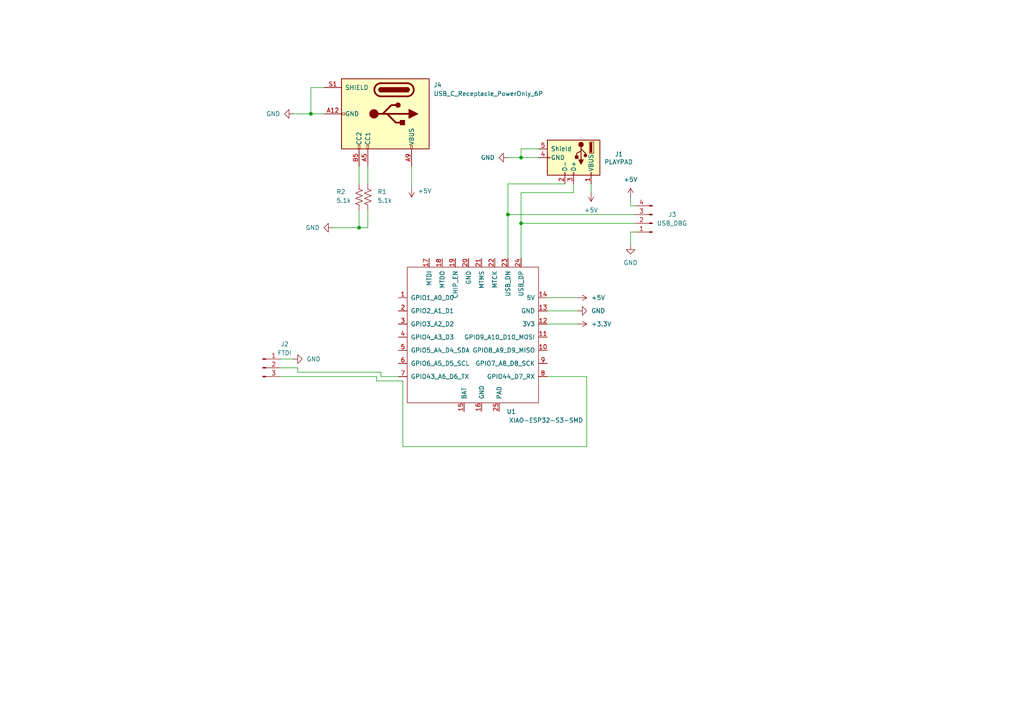
<source format=kicad_sch>
(kicad_sch (version 20250114) (generator "eeschema") (generator_version "9.0")
  (paper "A4")
  (lib_symbols
    (symbol "Connector:Conn_01x03_Pin" (pin_names (offset 1.016) (hide yes))
      (property "Reference" "J" (at 0 5.08 0))
      (property "Value" "Conn_01x03_Pin" (at 0 -5.08 0))
      (symbol "Conn_01x03_Pin_1_1"
        (rectangle (start 0.8636 2.667) (end 0 2.413) (stroke (width 0.1524)) (fill (type outline)))
        (rectangle (start 0.8636 0.127) (end 0 -0.127) (stroke (width 0.1524)) (fill (type outline)))
        (rectangle (start 0.8636 -2.413) (end 0 -2.667) (stroke (width 0.1524)) (fill (type outline)))
        (polyline (pts (xy 1.27 2.54) (xy 0.8636 2.54)) (stroke (width 0.1524)))
        (polyline (pts (xy 1.27 0) (xy 0.8636 0)) (stroke (width 0.1524)))
        (polyline (pts (xy 1.27 -2.54) (xy 0.8636 -2.54)) (stroke (width 0.1524)))
        (pin passive line (at 5.08 2.54 180) (length 3.81) (name "Pin_1") (number "1"))
        (pin passive line (at 5.08 0 180) (length 3.81) (name "Pin_2") (number "2"))
        (pin passive line (at 5.08 -2.54 180) (length 3.81) (name "Pin_3") (number "3"))
      )
    )
    (symbol "Connector:Conn_01x04_Pin" (pin_names (offset 1.016) (hide yes))
      (property "Reference" "J" (at 0 5.08 0))
      (property "Value" "Conn_01x04_Pin" (at 0 -7.62 0))
      (symbol "Conn_01x04_Pin_1_1"
        (rectangle (start 0.8636 2.667) (end 0 2.413) (stroke (width 0.1524)) (fill (type outline)))
        (rectangle (start 0.8636 0.127) (end 0 -0.127) (stroke (width 0.1524)) (fill (type outline)))
        (rectangle (start 0.8636 -2.413) (end 0 -2.667) (stroke (width 0.1524)) (fill (type outline)))
        (rectangle (start 0.8636 -4.953) (end 0 -5.207) (stroke (width 0.1524)) (fill (type outline)))
        (polyline (pts (xy 1.27 2.54) (xy 0.8636 2.54)) (stroke (width 0.1524)))
        (polyline (pts (xy 1.27 0) (xy 0.8636 0)) (stroke (width 0.1524)))
        (polyline (pts (xy 1.27 -2.54) (xy 0.8636 -2.54)) (stroke (width 0.1524)))
        (polyline (pts (xy 1.27 -5.08) (xy 0.8636 -5.08)) (stroke (width 0.1524)))
        (pin passive line (at 5.08 2.54 180) (length 3.81) (name "Pin_1") (number "1"))
        (pin passive line (at 5.08 0 180) (length 3.81) (name "Pin_2") (number "2"))
        (pin passive line (at 5.08 -2.54 180) (length 3.81) (name "Pin_3") (number "3"))
        (pin passive line (at 5.08 -5.08 180) (length 3.81) (name "Pin_4") (number "4"))
      )
    )
    (symbol "Connector:USB_A" (pin_names (offset 1.016))
      (property "Reference" "J" (at -5.08 11.43 0))
      (property "Value" "USB_A" (at -5.08 8.89 0))
      (symbol "USB_A_0_1"
        (rectangle (start -5.08 -7.62) (end 5.08 7.62) (stroke (width 0.254)) (fill (type background)))
        (circle (center -3.81 2.159) (radius 0.635) (stroke (width 0.254)) (fill (type outline)))
        (polyline (pts (xy -3.175 2.159) (xy -2.54 2.159) (xy -1.27 3.429) (xy -0.635 3.429)) (stroke (width 0.254)))
        (polyline (pts (xy -2.54 2.159) (xy -1.905 2.159) (xy -1.27 0.889) (xy 0 0.889)) (stroke (width 0.254)))
        (rectangle (start -1.524 4.826) (end -4.318 5.334) (fill (type outline)))
        (rectangle (start -1.27 4.572) (end -4.572 5.842))
        (circle (center -0.635 3.429) (radius 0.381) (stroke (width 0.254)) (fill (type outline)))
        (rectangle (start -0.127 -7.62) (end 0.127 -6.858))
        (rectangle (start 0.254 1.27) (end -0.508 0.508) (stroke (width 0.254)) (fill (type outline)))
        (polyline (pts (xy 0.635 2.794) (xy 0.635 1.524) (xy 1.905 2.159) (xy 0.635 2.794)) (stroke (width 0.254)) (fill (type outline)))
        (rectangle (start 5.08 4.953) (end 4.318 5.207))
        (rectangle (start 5.08 -0.127) (end 4.318 0.127))
        (rectangle (start 5.08 -2.667) (end 4.318 -2.413))
      )
      (symbol "USB_A_1_1"
        (polyline (pts (xy -1.905 2.159) (xy 0.635 2.159)) (stroke (width 0.254)))
        (pin passive line (at -2.54 -10.16 90) (length 2.54) (name "Shield") (number "5"))
        (pin power_in line (at 0 -10.16 90) (length 2.54) (name "GND") (number "4"))
        (pin power_in line (at 7.62 5.08 180) (length 2.54) (name "VBUS") (number "1"))
        (pin bidirectional line (at 7.62 0 180) (length 2.54) (name "D+") (number "3"))
        (pin bidirectional line (at 7.62 -2.54 180) (length 2.54) (name "D-") (number "2"))
      )
    )
    (symbol "Connector:USB_C_Receptacle_PowerOnly_6P" (pin_names (offset 1.016))
      (property "Reference" "J" (at 0 16.51 0))
      (property "Value" "USB_C_Receptacle_PowerOnly_6P" (at 0 13.97 0))
      (symbol "USB_C_Receptacle_PowerOnly_6P_0_0"
        (rectangle (start -0.254 -12.7) (end 0.254 -11.684))
        (rectangle (start 10.16 7.874) (end 9.144 7.366))
        (rectangle (start 10.16 -4.826) (end 9.144 -5.334))
        (rectangle (start 10.16 -7.366) (end 9.144 -7.874))
      )
      (symbol "USB_C_Receptacle_PowerOnly_6P_0_1"
        (rectangle (start -10.16 12.7) (end 10.16 -12.7) (stroke (width 0.254)) (fill (type background)))
        (polyline (pts (xy -8.89 -1.27) (xy -8.89 6.35)) (stroke (width 0.508)))
        (rectangle (start -7.62 -1.27) (end -6.35 6.35) (stroke (width 0.254)) (fill (type outline)))
        (arc (start -7.62 6.35) (mid -6.985 6.9823) (end -6.35 6.35) (stroke (width 0.254)))
        (arc (start -7.62 6.35) (mid -6.985 6.9823) (end -6.35 6.35) (stroke (width 0.254)) (fill (type outline)))
        (arc (start -8.89 6.35) (mid -6.985 8.2467) (end -5.08 6.35) (stroke (width 0.508)))
        (arc (start -5.08 -1.27) (mid -6.985 -3.1667) (end -8.89 -1.27) (stroke (width 0.508)))
        (arc (start -6.35 -1.27) (mid -6.985 -1.9023) (end -7.62 -1.27) (stroke (width 0.254)))
        (arc (start -6.35 -1.27) (mid -6.985 -1.9023) (end -7.62 -1.27) (stroke (width 0.254)) (fill (type outline)))
        (polyline (pts (xy -5.08 6.35) (xy -5.08 -1.27)) (stroke (width 0.508)))
        (circle (center -2.54 3.683) (radius 0.635) (stroke (width 0.254)) (fill (type outline)))
        (polyline (pts (xy -1.27 6.858) (xy 0 9.398) (xy 1.27 6.858) (xy -1.27 6.858)) (stroke (width 0.254)) (fill (type outline)))
        (polyline (pts (xy 0 0.508) (xy 2.54 3.048) (xy 2.54 4.318)) (stroke (width 0.508)))
        (polyline (pts (xy 0 -0.762) (xy -2.54 1.778) (xy -2.54 3.048)) (stroke (width 0.508)))
        (polyline (pts (xy 0 -3.302) (xy 0 6.858)) (stroke (width 0.508)))
        (circle (center 0 -3.302) (radius 1.27) (fill (type outline)))
        (rectangle (start 1.905 4.318) (end 3.175 5.588) (stroke (width 0.254)) (fill (type outline)))
      )
      (symbol "USB_C_Receptacle_PowerOnly_6P_1_1"
        (pin passive line (at -7.62 -17.78 90) (length 5.08) (name "SHIELD") (number "S1"))
        (pin passive line (at 0 -17.78 90) (length 5.08) (name "GND") (number "A12"))
        (pin passive line (at 0 -17.78 90) (length 5.08) (hide yes) (name "GND") (number "B12"))
        (pin passive line (at 15.24 7.62 180) (length 5.08) (name "VBUS") (number "A9"))
        (pin passive line (at 15.24 7.62 180) (length 5.08) (hide yes) (name "VBUS") (number "B9"))
        (pin bidirectional line (at 15.24 -5.08 180) (length 5.08) (name "CC1") (number "A5"))
        (pin bidirectional line (at 15.24 -7.62 180) (length 5.08) (name "CC2") (number "B5"))
      )
    )
    (symbol "Device:R_US" (pin_numbers (hide yes)) (pin_names (offset 0))
      (property "Reference" "R" (at 2.54 0 90))
      (property "Value" "R_US" (at -2.54 0 90))
      (symbol "R_US_0_1"
        (polyline (pts (xy 0 2.286) (xy 0 2.54)))
        (polyline (pts (xy 0 2.286) (xy 1.016 1.905) (xy 0 1.524) (xy -1.016 1.143) (xy 0 0.762)))
        (polyline (pts (xy 0 0.762) (xy 1.016 0.381) (xy 0 0) (xy -1.016 -0.381) (xy 0 -0.762)))
        (polyline (pts (xy 0 -0.762) (xy 1.016 -1.143) (xy 0 -1.524) (xy -1.016 -1.905) (xy 0 -2.286)))
        (polyline (pts (xy 0 -2.286) (xy 0 -2.54)))
      )
      (symbol "R_US_1_1"
        (pin passive line (at 0 3.81 270) (length 1.27) (name "~") (number "1"))
        (pin passive line (at 0 -3.81 90) (length 1.27) (name "~") (number "2"))
      )
    )
    (symbol "XIAO:XIAO-ESP32-S3-SMD" (pin_names (offset 1.016))
      (property "Reference" "U" (at -18.542 23.114 0))
      (property "Value" "XIAO-ESP32-S3-SMD" (at -8.382 21.336 0))
      (symbol "XIAO-ESP32-S3-SMD_0_1"
        (rectangle (start 19.05 -19.05) (end -19.05 20.32))
      )
      (symbol "XIAO-ESP32-S3-SMD_1_1"
        (pin passive line (at -21.59 11.43 0) (length 2.54) (name "GPIO1_A0_D0") (number "1"))
        (pin passive line (at -21.59 7.62 0) (length 2.54) (name "GPIO2_A1_D1") (number "2"))
        (pin passive line (at -21.59 3.81 0) (length 2.54) (name "GPIO3_A2_D2") (number "3"))
        (pin passive line (at -21.59 0 0) (length 2.54) (name "GPIO4_A3_D3") (number "4"))
        (pin passive line (at -21.59 -3.81 0) (length 2.54) (name "GPIO5_A4_D4_SDA") (number "5"))
        (pin passive line (at -21.59 -7.62 0) (length 2.54) (name "GPIO6_A5_D5_SCL") (number "6"))
        (pin passive line (at -21.59 -11.43 0) (length 2.54) (name "GPIO43_A6_D6_TX") (number "7"))
        (pin passive line (at -12.7 22.86 270) (length 2.54) (name "MTDI") (number "17"))
        (pin passive line (at -8.89 22.86 270) (length 2.54) (name "MTDO") (number "18"))
        (pin passive line (at -5.08 22.86 270) (length 2.54) (name "CHIP_EN") (number "19"))
        (pin passive line (at -2.54 -21.59 90) (length 2.54) (name "BAT") (number "15"))
        (pin passive line (at -1.27 22.86 270) (length 2.54) (name "GND") (number "20"))
        (pin passive line (at 2.54 22.86 270) (length 2.54) (name "MTMS") (number "21"))
        (pin passive line (at 2.54 -21.59 90) (length 2.54) (name "GND") (number "16"))
        (pin passive line (at 6.35 22.86 270) (length 2.54) (name "MTCK") (number "22"))
        (pin passive line (at 7.62 -21.59 90) (length 2.54) (name "PAD") (number "25"))
        (pin passive line (at 10.16 22.86 270) (length 2.54) (name "USB_DN") (number "23"))
        (pin passive line (at 13.97 22.86 270) (length 2.54) (name "USB_DP") (number "24"))
        (pin passive line (at 21.59 11.43 180) (length 2.54) (name "5V") (number "14"))
        (pin passive line (at 21.59 7.62 180) (length 2.54) (name "GND") (number "13"))
        (pin passive line (at 21.59 3.81 180) (length 2.54) (name "3V3") (number "12"))
        (pin passive line (at 21.59 0 180) (length 2.54) (name "GPIO9_A10_D10_MOSI") (number "11"))
        (pin passive line (at 21.59 -3.81 180) (length 2.54) (name "GPIO8_A9_D9_MISO") (number "10"))
        (pin passive line (at 21.59 -7.62 180) (length 2.54) (name "GPIO7_A8_D8_SCK") (number "9"))
        (pin passive line (at 21.59 -11.43 180) (length 2.54) (name "GPIO44_D7_RX") (number "8"))
      )
    )
    (symbol "power:+3.3V" (power) (pin_numbers (hide yes)) (pin_names (offset 0) (hide yes))
      (property "Value" "+3.3V" (at 0 3.556 0))
      (symbol "+3.3V_0_1"
        (polyline (pts (xy -0.762 1.27) (xy 0 2.54)))
        (polyline (pts (xy 0 2.54) (xy 0.762 1.27)))
        (polyline (pts (xy 0 0) (xy 0 2.54)))
      )
      (symbol "+3.3V_1_1"
        (pin power_in line (at 0 0 90) (length 0) (name "~") (number "1"))
      )
    )
    (symbol "power:+5V" (power) (pin_numbers (hide yes)) (pin_names (offset 0) (hide yes))
      (property "Value" "+5V" (at 0 3.556 0))
      (symbol "+5V_0_1"
        (polyline (pts (xy -0.762 1.27) (xy 0 2.54)))
        (polyline (pts (xy 0 2.54) (xy 0.762 1.27)))
        (polyline (pts (xy 0 0) (xy 0 2.54)))
      )
      (symbol "+5V_1_1"
        (pin power_in line (at 0 0 90) (length 0) (name "~") (number "1"))
      )
    )
    (symbol "power:GND" (power) (pin_numbers (hide yes)) (pin_names (offset 0) (hide yes))
      (property "Value" "GND" (at 0 -3.81 0))
      (symbol "GND_0_1"
        (polyline (pts (xy 0 0) (xy 0 -1.27) (xy 1.27 -1.27) (xy 0 -2.54) (xy -1.27 -1.27) (xy 0 -1.27)))
      )
      (symbol "GND_1_1"
        (pin power_in line (at 0 0 270) (length 0) (name "~") (number "1"))
      )
    )
  )
  (junction (at 104.14 66.04))
  (junction (at 147.32 62.23))
  (junction (at 90.17 33.02))
  (junction (at 151.13 64.77))
  (junction (at 151.13 45.72))
  (wire (pts (xy 151.13 43.18) (xy 151.13 45.72)))
  (wire (pts (xy 109.22 110.49) (xy 109.22 109.22)))
  (wire (pts (xy 93.98 25.4) (xy 90.17 25.4)))
  (wire (pts (xy 151.13 55.88) (xy 166.37 55.88)))
  (wire (pts (xy 147.32 45.72) (xy 151.13 45.72)))
  (wire (pts (xy 104.14 48.26) (xy 104.14 53.34)))
  (wire (pts (xy 86.36 107.95) (xy 86.36 106.68)))
  (wire (pts (xy 170.18 129.54) (xy 116.84 129.54)))
  (wire (pts (xy 158.75 86.36) (xy 167.64 86.36)))
  (wire (pts (xy 106.68 48.26) (xy 106.68 53.34)))
  (wire (pts (xy 147.32 53.34) (xy 147.32 62.23)))
  (wire (pts (xy 110.49 109.22) (xy 115.57 109.22)))
  (wire (pts (xy 119.38 48.26) (xy 119.38 54.61)))
  (wire (pts (xy 170.18 109.22) (xy 170.18 129.54)))
  (wire (pts (xy 166.37 55.88) (xy 166.37 53.34)))
  (wire (pts (xy 156.21 43.18) (xy 151.13 43.18)))
  (wire (pts (xy 151.13 64.77) (xy 184.15 64.77)))
  (wire (pts (xy 90.17 33.02) (xy 93.98 33.02)))
  (wire (pts (xy 85.09 33.02) (xy 90.17 33.02)))
  (wire (pts (xy 158.75 109.22) (xy 170.18 109.22)))
  (wire (pts (xy 184.15 59.69) (xy 182.88 59.69)))
  (wire (pts (xy 116.84 129.54) (xy 116.84 110.49)))
  (wire (pts (xy 182.88 67.31) (xy 182.88 71.12)))
  (wire (pts (xy 182.88 59.69) (xy 182.88 57.15)))
  (wire (pts (xy 182.88 67.31) (xy 184.15 67.31)))
  (wire (pts (xy 96.52 66.04) (xy 104.14 66.04)))
  (wire (pts (xy 104.14 66.04) (xy 104.14 60.96)))
  (wire (pts (xy 81.28 104.14) (xy 85.09 104.14)))
  (wire (pts (xy 147.32 53.34) (xy 163.83 53.34)))
  (wire (pts (xy 86.36 106.68) (xy 81.28 106.68)))
  (wire (pts (xy 151.13 64.77) (xy 151.13 74.93)))
  (wire (pts (xy 151.13 55.88) (xy 151.13 64.77)))
  (wire (pts (xy 110.49 107.95) (xy 86.36 107.95)))
  (wire (pts (xy 151.13 45.72) (xy 156.21 45.72)))
  (wire (pts (xy 171.45 53.34) (xy 171.45 55.88)))
  (wire (pts (xy 116.84 110.49) (xy 109.22 110.49)))
  (wire (pts (xy 106.68 60.96) (xy 106.68 66.04)))
  (wire (pts (xy 147.32 62.23) (xy 184.15 62.23)))
  (wire (pts (xy 158.75 93.98) (xy 167.64 93.98)))
  (wire (pts (xy 110.49 109.22) (xy 110.49 107.95)))
  (wire (pts (xy 106.68 66.04) (xy 104.14 66.04)))
  (wire (pts (xy 147.32 62.23) (xy 147.32 74.93)))
  (wire (pts (xy 109.22 109.22) (xy 81.28 109.22)))
  (wire (pts (xy 90.17 25.4) (xy 90.17 33.02)))
  (wire (pts (xy 158.75 90.17) (xy 167.64 90.17)))
  (symbol (lib_id "power:GND") (at 147.32 45.72 270) (unit 1)
    (property "Reference" "#PWR04" (effects (hide yes)))
    (property "Value" "GND" (at 143.51 45.7199 90) (effects (justify right)))
    (property "Description" "Power symbol creates a global label with name \"GND\" , ground" (effects (hide yes)))
  )
  (symbol (lib_id "power:+5V") (at 119.38 54.61 180) (unit 1)
    (property "Reference" "#PWR011" (effects (hide yes)))
    (property "Value" "+5V" (at 123.19 55.372 0))
    (property "Description" "Power symbol creates a global label with name \"+5V\"" (effects (hide yes)))
  )
  (symbol (lib_id "power:GND") (at 167.64 90.17 90) (unit 1)
    (property "Reference" "#PWR09" (effects (hide yes)))
    (property "Value" "GND" (at 171.45 90.1699 90) (effects (justify right)))
    (property "Description" "Power symbol creates a global label with name \"GND\" , ground" (effects (hide yes)))
  )
  (symbol (lib_id "power:+5V") (at 167.64 86.36 270) (unit 1)
    (property "Reference" "#PWR02" (effects (hide yes)))
    (property "Value" "+5V" (at 171.45 86.3599 90) (effects (justify left)))
    (property "Description" "Power symbol creates a global label with name \"+5V\"" (effects (hide yes)))
  )
  (symbol (lib_id "power:+5V") (at 171.45 55.88 180) (unit 1)
    (property "Reference" "#PWR03" (effects (hide yes)))
    (property "Value" "+5V" (at 171.45 60.96 0))
    (property "Description" "Power symbol creates a global label with name \"+5V\"" (effects (hide yes)))
  )
  (symbol (lib_id "power:GND") (at 182.88 71.12 0) (unit 1)
    (property "Reference" "#PWR07" (effects (hide yes)))
    (property "Value" "GND" (at 182.88 76.2 0))
    (property "Description" "Power symbol creates a global label with name \"GND\" , ground" (effects (hide yes)))
  )
  (symbol (lib_id "XIAO:XIAO-ESP32-S3-SMD") (at 137.16 97.79 0) (unit 1)
    (property "Reference" "U1" (at 146.9233 119.38 0) (effects (justify left)))
    (property "Value" "XIAO-ESP32-S3-SMD" (at 147.574 121.92 0) (effects (justify left)))
    (property "Footprint" "Seeed Studio XIAO Series Library:XIAO-ESP32S3-SMD" (effects (hide yes)))
  )
  (symbol (lib_id "Device:R_US") (at 104.14 57.15 0) (unit 1)
    (property "Reference" "R2" (at 97.536 55.626 0) (effects (justify left)))
    (property "Value" "5.1k" (at 97.536 58.166 0) (effects (justify left)))
    (property "Footprint" "Resistor_SMD:R_0805_2012Metric_Pad1.20x1.40mm_HandSolder" (effects (hide yes)))
    (property "Description" "Resistor, US symbol" (effects (hide yes)))
  )
  (symbol (lib_id "Connector:Conn_01x03_Pin") (at 76.2 106.68 0) (unit 1)
    (property "Reference" "J2" (at 82.55 99.822 0))
    (property "Value" "FTDI" (at 82.55 102.362 0))
    (property "Footprint" "Connector_PinHeader_2.54mm:PinHeader_1x03_P2.54mm_Vertical" (effects (hide yes)))
    (property "Description" "Generic connector, single row, 01x03, script generated" (effects (hide yes)))
  )
  (symbol (lib_id "power:+3.3V") (at 167.64 93.98 270) (unit 1)
    (property "Reference" "#PWR08" (effects (hide yes)))
    (property "Value" "+3.3V" (at 171.45 93.9799 90) (effects (justify left)))
    (property "Description" "Power symbol creates a global label with name \"+3.3V\"" (effects (hide yes)))
  )
  (symbol (lib_id "Connector:USB_C_Receptacle_PowerOnly_6P") (at 111.76 33.02 270) (unit 1)
    (property "Reference" "J4" (at 125.73 24.638 90) (effects (justify left)))
    (property "Value" "USB_C_Receptacle_PowerOnly_6P" (at 125.73 27.178 90) (effects (justify left)))
    (property "Footprint" "Connector_USB:USB_C_Receptacle_GCT_USB4135-GF-A_6P_TopMnt_Horizontal" (effects (hide yes)))
    (property "Datasheet" "https://www.usb.org/sites/default/files/documents/usb_type-c.zip" (effects (hide yes)))
    (property "Description" "USB Power-Only 6P Type-C Receptacle connector" (effects (hide yes)))
  )
  (symbol (lib_id "power:+5V") (at 182.88 57.15 0) (unit 1)
    (property "Reference" "#PWR010" (effects (hide yes)))
    (property "Value" "+5V" (at 182.88 52.07 0))
    (property "Description" "Power symbol creates a global label with name \"+5V\"" (effects (hide yes)))
  )
  (symbol (lib_id "power:GND") (at 85.09 104.14 90) (unit 1)
    (property "Reference" "#PWR06" (effects (hide yes)))
    (property "Value" "GND" (at 88.9 104.1399 90) (effects (justify right)))
    (property "Description" "Power symbol creates a global label with name \"GND\" , ground" (effects (hide yes)))
  )
  (symbol (lib_id "power:GND") (at 96.52 66.04 270) (unit 1)
    (property "Reference" "#PWR05" (effects (hide yes)))
    (property "Value" "GND" (at 92.71 66.0399 90) (effects (justify right)))
    (property "Description" "Power symbol creates a global label with name \"GND\" , ground" (effects (hide yes)))
  )
  (symbol (lib_id "Connector:Conn_01x04_Pin") (at 189.23 64.77 180) (unit 1)
    (property "Reference" "J3" (at 193.802 62.23 0) (effects (justify right)))
    (property "Value" "USB_DBG" (at 190.5 64.7699 0) (effects (justify right)))
    (property "Footprint" "Connector_PinHeader_2.54mm:PinHeader_1x04_P2.54mm_Vertical" (effects (hide yes)))
    (property "Description" "Generic connector, single row, 01x04, script generated" (effects (hide yes)))
  )
  (symbol (lib_id "Connector:USB_A") (at 166.37 45.72 270) (unit 1)
    (property "Reference" "J1" (at 178.308 44.704 90) (effects (justify left)))
    (property "Value" "PLAYPAD" (at 175.26 46.9899 90) (effects (justify left)))
    (property "Footprint" "Connector_USB:USB_A_Molex_67643_Horizontal" (effects (hide yes)))
    (property "Description" "USB Type A connector" (effects (hide yes)))
  )
  (symbol (lib_id "power:GND") (at 85.09 33.02 270) (unit 1)
    (property "Reference" "#PWR01" (effects (hide yes)))
    (property "Value" "GND" (at 81.28 33.0199 90) (effects (justify right)))
    (property "Description" "Power symbol creates a global label with name \"GND\" , ground" (effects (hide yes)))
  )
  (symbol (lib_id "Device:R_US") (at 106.68 57.15 0) (unit 1)
    (property "Reference" "R1" (at 109.474 55.626 0) (effects (justify left)))
    (property "Value" "5.1k" (at 109.474 58.166 0) (effects (justify left)))
    (property "Footprint" "Resistor_SMD:R_0805_2012Metric_Pad1.20x1.40mm_HandSolder" (effects (hide yes)))
    (property "Description" "Resistor, US symbol" (effects (hide yes)))
  )
)
</source>
